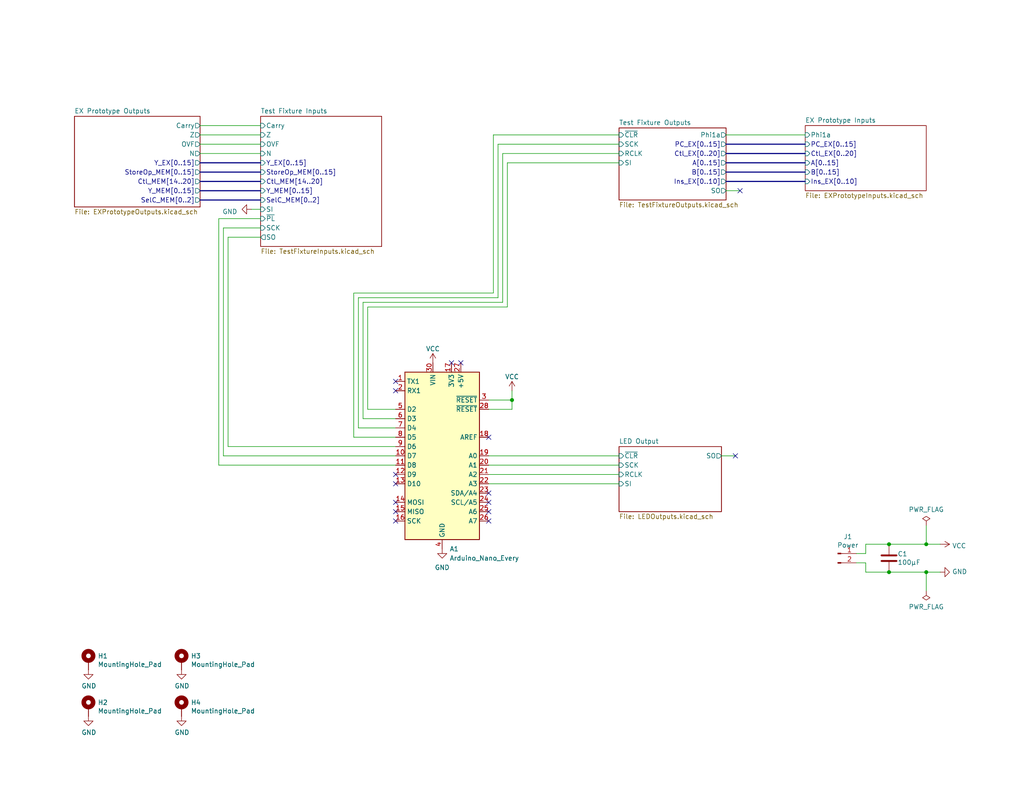
<source format=kicad_sch>
(kicad_sch (version 20250114) (generator "eeschema") (generator_version "9.0")
  (paper "USLetter")
  (title_block (title "Turtle16: EXModuleTestFixture") (date "2023-03-25") (rev "A") (comment 4 "Test Fixture for Turtle16's EXModule"))
  (lib_symbols
    (symbol "Connector:Conn_01x02_Pin" (pin_names (offset 1.016) (hide yes))
      (property "Reference" "J" (at 0 2.54 0))
      (property "Value" "Conn_01x02_Pin" (at 0 -5.08 0))
      (symbol "Conn_01x02_Pin_1_1"
        (rectangle (start 0.8636 0.127) (end 0 -0.127) (stroke (width 0.1524)) (fill (type outline)))
        (rectangle (start 0.8636 -2.413) (end 0 -2.667) (stroke (width 0.1524)) (fill (type outline)))
        (polyline (pts (xy 1.27 0) (xy 0.8636 0)) (stroke (width 0.1524)))
        (polyline (pts (xy 1.27 -2.54) (xy 0.8636 -2.54)) (stroke (width 0.1524)))
        (pin passive line (at 5.08 0 180) (length 3.81) (name "Pin_1") (number "1"))
        (pin passive line (at 5.08 -2.54 180) (length 3.81) (name "Pin_2") (number "2"))
      )
    )
    (symbol "Device:C" (pin_numbers (hide yes)) (pin_names (offset 0.254))
      (property "Reference" "C" (at 0.635 2.54 0))
      (property "Value" "C" (at 0.635 -2.54 0))
      (symbol "C_0_1"
        (polyline (pts (xy -2.032 0.762) (xy 2.032 0.762)) (stroke (width 0.508)))
        (polyline (pts (xy -2.032 -0.762) (xy 2.032 -0.762)) (stroke (width 0.508)))
      )
      (symbol "C_1_1"
        (pin passive line (at 0 3.81 270) (length 2.794) (name "~") (number "1"))
        (pin passive line (at 0 -3.81 90) (length 2.794) (name "~") (number "2"))
      )
    )
    (symbol "MCU_Module:Arduino_Nano_Every"
      (property "Reference" "A" (at -10.16 23.495 0))
      (property "Value" "Arduino_Nano_Every" (at 5.08 -24.13 0))
      (symbol "Arduino_Nano_Every_0_1"
        (rectangle (start -10.16 22.86) (end 10.16 -22.86) (stroke (width 0.254)) (fill (type background)))
      )
      (symbol "Arduino_Nano_Every_1_1"
        (pin bidirectional line (at -12.7 20.32 0) (length 2.54) (name "TX1") (number "1"))
        (pin bidirectional line (at -12.7 17.78 0) (length 2.54) (name "RX1") (number "2"))
        (pin bidirectional line (at -12.7 12.7 0) (length 2.54) (name "D2") (number "5"))
        (pin bidirectional line (at -12.7 10.16 0) (length 2.54) (name "D3") (number "6"))
        (pin bidirectional line (at -12.7 7.62 0) (length 2.54) (name "D4") (number "7"))
        (pin bidirectional line (at -12.7 5.08 0) (length 2.54) (name "D5") (number "8"))
        (pin bidirectional line (at -12.7 2.54 0) (length 2.54) (name "D6") (number "9"))
        (pin bidirectional line (at -12.7 0 0) (length 2.54) (name "D7") (number "10"))
        (pin bidirectional line (at -12.7 -2.54 0) (length 2.54) (name "D8") (number "11"))
        (pin bidirectional line (at -12.7 -5.08 0) (length 2.54) (name "D9") (number "12"))
        (pin bidirectional line (at -12.7 -7.62 0) (length 2.54) (name "D10") (number "13"))
        (pin bidirectional line (at -12.7 -12.7 0) (length 2.54) (name "MOSI") (number "14"))
        (pin bidirectional line (at -12.7 -15.24 0) (length 2.54) (name "MISO") (number "15"))
        (pin bidirectional line (at -12.7 -17.78 0) (length 2.54) (name "SCK") (number "16"))
        (pin power_in line (at -2.54 25.4 270) (length 2.54) (name "VIN") (number "30"))
        (pin passive line (at 0 -25.4 90) (length 2.54) (hide yes) (name "GND") (number "29"))
        (pin power_in line (at 0 -25.4 90) (length 2.54) (name "GND") (number "4"))
        (pin power_out line (at 2.54 25.4 270) (length 2.54) (name "3V3") (number "17"))
        (pin power_out line (at 5.08 25.4 270) (length 2.54) (name "+5V") (number "27"))
        (pin input line (at 12.7 15.24 180) (length 2.54) (name "~{RESET}") (number "3"))
        (pin input line (at 12.7 12.7 180) (length 2.54) (name "~{RESET}") (number "28"))
        (pin input line (at 12.7 5.08 180) (length 2.54) (name "AREF") (number "18"))
        (pin bidirectional line (at 12.7 0 180) (length 2.54) (name "A0") (number "19"))
        (pin bidirectional line (at 12.7 -2.54 180) (length 2.54) (name "A1") (number "20"))
        (pin bidirectional line (at 12.7 -5.08 180) (length 2.54) (name "A2") (number "21"))
        (pin bidirectional line (at 12.7 -7.62 180) (length 2.54) (name "A3") (number "22"))
        (pin bidirectional line (at 12.7 -10.16 180) (length 2.54) (name "SDA/A4") (number "23"))
        (pin bidirectional line (at 12.7 -12.7 180) (length 2.54) (name "SCL/A5") (number "24"))
        (pin bidirectional line (at 12.7 -15.24 180) (length 2.54) (name "A6") (number "25"))
        (pin bidirectional line (at 12.7 -17.78 180) (length 2.54) (name "A7") (number "26"))
      )
    )
    (symbol "Mechanical:MountingHole_Pad" (pin_numbers (hide yes)) (pin_names (offset 1.016) (hide yes))
      (property "Reference" "H" (at 0 6.35 0))
      (property "Value" "MountingHole_Pad" (at 0 4.445 0))
      (symbol "MountingHole_Pad_0_1"
        (circle (center 0 1.27) (radius 1.27) (stroke (width 1.27)))
      )
      (symbol "MountingHole_Pad_1_1"
        (pin input line (at 0 -2.54 90) (length 2.54) (name "1") (number "1"))
      )
    )
    (symbol "power:GND" (power) (pin_names (offset 0))
      (property "Value" "GND" (at 0 -3.81 0))
      (symbol "GND_0_1"
        (polyline (pts (xy 0 0) (xy 0 -1.27) (xy 1.27 -1.27) (xy 0 -2.54) (xy -1.27 -1.27) (xy 0 -1.27)))
      )
      (symbol "GND_1_1"
        (pin power_in line (at 0 0 270) (length 0) (hide yes) (name "GND") (number "1"))
      )
    )
    (symbol "power:PWR_FLAG" (power) (pin_numbers (hide yes)) (pin_names (offset 0) (hide yes))
      (property "Value" "PWR_FLAG" (at 0 3.81 0))
      (symbol "PWR_FLAG_0_0"
        (pin power_out line (at 0 0 90) (length 0) (name "pwr") (number "1"))
      )
      (symbol "PWR_FLAG_0_1"
        (polyline (pts (xy 0 0) (xy 0 1.27) (xy -1.016 1.905) (xy 0 2.54) (xy 1.016 1.905) (xy 0 1.27)))
      )
    )
    (symbol "power:VCC" (power) (pin_names (offset 0))
      (property "Value" "VCC" (at 0 3.81 0))
      (symbol "VCC_0_1"
        (polyline (pts (xy -0.762 1.27) (xy 0 2.54)))
        (polyline (pts (xy 0 2.54) (xy 0.762 1.27)))
        (polyline (pts (xy 0 0) (xy 0 2.54)))
      )
      (symbol "VCC_1_1"
        (pin power_in line (at 0 0 90) (length 0) (hide yes) (name "VCC") (number "1"))
      )
    )
  )
  (junction (at 242.57 156.21))
  (junction (at 252.73 156.21))
  (junction (at 139.7 109.22))
  (junction (at 252.73 148.59))
  (junction (at 242.57 148.59))
  (no_connect (at 201.93 52.07))
  (no_connect (at 123.19 99.06))
  (no_connect (at 133.35 137.16))
  (no_connect (at 107.95 106.68))
  (no_connect (at 107.95 132.08))
  (no_connect (at 133.35 134.62))
  (no_connect (at 107.95 129.54))
  (no_connect (at 133.35 142.24))
  (no_connect (at 107.95 104.14))
  (no_connect (at 133.35 139.7))
  (no_connect (at 200.66 124.46))
  (no_connect (at 133.35 119.38))
  (no_connect (at 107.95 137.16))
  (no_connect (at 107.95 142.24))
  (no_connect (at 125.73 99.06))
  (no_connect (at 107.95 139.7))
  (wire (pts (xy 97.79 81.28) (xy 97.79 116.84)))
  (wire (pts (xy 100.33 83.82) (xy 100.33 111.76)))
  (bus (pts (xy 198.12 49.53) (xy 219.71 49.53)))
  (wire (pts (xy 68.58 57.15) (xy 71.12 57.15)))
  (wire (pts (xy 62.23 64.77) (xy 71.12 64.77)))
  (wire (pts (xy 139.7 111.76) (xy 139.7 109.22)))
  (wire (pts (xy 242.57 156.21) (xy 252.73 156.21)))
  (wire (pts (xy 236.22 148.59) (xy 242.57 148.59)))
  (wire (pts (xy 139.7 109.22) (xy 139.7 106.68)))
  (wire (pts (xy 137.16 82.55) (xy 137.16 41.91)))
  (bus (pts (xy 71.12 46.99) (xy 54.61 46.99)))
  (wire (pts (xy 71.12 62.23) (xy 60.96 62.23)))
  (wire (pts (xy 107.95 121.92) (xy 62.23 121.92)))
  (wire (pts (xy 138.43 83.82) (xy 100.33 83.82)))
  (wire (pts (xy 168.91 39.37) (xy 135.89 39.37)))
  (bus (pts (xy 198.12 46.99) (xy 219.71 46.99)))
  (wire (pts (xy 196.85 124.46) (xy 200.66 124.46)))
  (bus (pts (xy 71.12 49.53) (xy 54.61 49.53)))
  (wire (pts (xy 133.35 132.08) (xy 168.91 132.08)))
  (wire (pts (xy 256.54 148.59) (xy 252.73 148.59)))
  (bus (pts (xy 71.12 44.45) (xy 54.61 44.45)))
  (wire (pts (xy 97.79 116.84) (xy 107.95 116.84)))
  (wire (pts (xy 59.69 59.69) (xy 59.69 127)))
  (wire (pts (xy 135.89 81.28) (xy 97.79 81.28)))
  (wire (pts (xy 71.12 34.29) (xy 54.61 34.29)))
  (wire (pts (xy 71.12 39.37) (xy 54.61 39.37)))
  (wire (pts (xy 137.16 41.91) (xy 168.91 41.91)))
  (wire (pts (xy 135.89 39.37) (xy 135.89 81.28)))
  (wire (pts (xy 134.62 80.01) (xy 134.62 36.83)))
  (wire (pts (xy 198.12 36.83) (xy 219.71 36.83)))
  (bus (pts (xy 71.12 54.61) (xy 54.61 54.61)))
  (wire (pts (xy 252.73 143.51) (xy 252.73 148.59)))
  (wire (pts (xy 62.23 64.77) (xy 62.23 121.92)))
  (wire (pts (xy 107.95 114.3) (xy 99.06 114.3)))
  (wire (pts (xy 133.35 129.54) (xy 168.91 129.54)))
  (wire (pts (xy 59.69 127) (xy 107.95 127)))
  (wire (pts (xy 133.35 124.46) (xy 168.91 124.46)))
  (wire (pts (xy 198.12 52.07) (xy 201.93 52.07)))
  (wire (pts (xy 133.35 111.76) (xy 139.7 111.76)))
  (wire (pts (xy 133.35 127) (xy 168.91 127)))
  (wire (pts (xy 96.52 119.38) (xy 96.52 80.01)))
  (wire (pts (xy 236.22 156.21) (xy 242.57 156.21)))
  (wire (pts (xy 168.91 44.45) (xy 138.43 44.45)))
  (wire (pts (xy 252.73 161.29) (xy 252.73 156.21)))
  (wire (pts (xy 133.35 109.22) (xy 139.7 109.22)))
  (wire (pts (xy 236.22 153.67) (xy 236.22 156.21)))
  (bus (pts (xy 198.12 39.37) (xy 219.71 39.37)))
  (wire (pts (xy 134.62 36.83) (xy 168.91 36.83)))
  (wire (pts (xy 107.95 119.38) (xy 96.52 119.38)))
  (wire (pts (xy 71.12 41.91) (xy 54.61 41.91)))
  (wire (pts (xy 233.68 151.13) (xy 236.22 151.13)))
  (wire (pts (xy 60.96 124.46) (xy 107.95 124.46)))
  (wire (pts (xy 100.33 111.76) (xy 107.95 111.76)))
  (wire (pts (xy 233.68 153.67) (xy 236.22 153.67)))
  (wire (pts (xy 96.52 80.01) (xy 134.62 80.01)))
  (wire (pts (xy 252.73 156.21) (xy 256.54 156.21)))
  (wire (pts (xy 236.22 148.59) (xy 236.22 151.13)))
  (wire (pts (xy 242.57 148.59) (xy 252.73 148.59)))
  (wire (pts (xy 71.12 59.69) (xy 59.69 59.69)))
  (wire (pts (xy 99.06 82.55) (xy 137.16 82.55)))
  (bus (pts (xy 198.12 41.91) (xy 219.71 41.91)))
  (bus (pts (xy 71.12 52.07) (xy 54.61 52.07)))
  (wire (pts (xy 71.12 36.83) (xy 54.61 36.83)))
  (wire (pts (xy 99.06 114.3) (xy 99.06 82.55)))
  (wire (pts (xy 60.96 62.23) (xy 60.96 124.46)))
  (wire (pts (xy 138.43 44.45) (xy 138.43 83.82)))
  (bus (pts (xy 198.12 44.45) (xy 219.71 44.45)))
  (symbol (lib_id "Connector:Conn_01x02_Pin") (at 228.6 151.13 0) (unit 1)
    (property "Reference" "J1" (at 231.3432 146.5326 0))
    (property "Value" "Power" (at 231.3432 148.844 0))
    (property "Footprint" "Connector_Molex:172448-0002" (effects (hide yes)))
    (property "Mouser" "https://www.mouser.com/ProductDetail/538-172448-0002" (effects (hide yes)))
  )
  (symbol (lib_id "Mechanical:MountingHole_Pad") (at 24.13 180.34 0) (unit 1)
    (property "Reference" "H1" (at 26.67 179.0954 0) (effects (justify left)))
    (property "Value" "MountingHole_Pad" (at 26.67 181.4068 0) (effects (justify left)))
    (property "Footprint" "MountingHole:MountingHole_3.2mm_M3_Pad" (effects (hide yes)))
  )
  (symbol (lib_id "Mechanical:MountingHole_Pad") (at 49.53 180.34 0) (unit 1)
    (property "Reference" "H3" (at 52.07 179.0954 0) (effects (justify left)))
    (property "Value" "MountingHole_Pad" (at 52.07 181.4068 0) (effects (justify left)))
    (property "Footprint" "MountingHole:MountingHole_3.2mm_M3_Pad" (effects (hide yes)))
  )
  (symbol (lib_id "Mechanical:MountingHole_Pad") (at 49.53 193.04 0) (unit 1)
    (property "Reference" "H4" (at 52.07 191.7954 0) (effects (justify left)))
    (property "Value" "MountingHole_Pad" (at 52.07 194.1068 0) (effects (justify left)))
    (property "Footprint" "MountingHole:MountingHole_3.2mm_M3_Pad" (effects (hide yes)))
  )
  (symbol (lib_id "Device:C") (at 242.57 152.4 0) (unit 1)
    (property "Reference" "C1" (at 244.9068 151.2316 0) (effects (justify left)))
    (property "Value" "100µF" (at 244.9068 153.543 0) (effects (justify left)))
    (property "Footprint" "Capacitor_SMD:C_1206_3216Metric_Pad1.33x1.80mm_HandSolder" (effects (hide yes)))
    (property "Mouser" "https://www.mouser.com/ProductDetail/963-AMK316ABJ107ML-T" (effects (hide yes)))
  )
  (symbol (lib_id "Mechanical:MountingHole_Pad") (at 24.13 193.04 0) (unit 1)
    (property "Reference" "H2" (at 26.67 191.7954 0) (effects (justify left)))
    (property "Value" "MountingHole_Pad" (at 26.67 194.1068 0) (effects (justify left)))
    (property "Footprint" "MountingHole:MountingHole_3.2mm_M3_Pad" (effects (hide yes)))
  )
  (symbol (lib_id "power:VCC") (at 139.7 106.68 0) (unit 1)
    (property "Reference" "#PWR08" (effects (hide yes)))
    (property "Value" "VCC" (at 139.7 102.87 0))
  )
  (symbol (lib_id "MCU_Module:Arduino_Nano_Every") (at 120.65 124.46 0) (unit 1)
    (property "Reference" "A1" (at 122.6694 149.86 0) (effects (justify left)))
    (property "Value" "Arduino_Nano_Every" (at 122.6694 152.4 0) (effects (justify left)))
    (property "Footprint" "Module:Arduino_Nano" (effects (hide yes)))
    (property "Datasheet" "https://content.arduino.cc/assets/NANOEveryV3.0_sch.pdf" (effects (hide yes)))
  )
  (symbol (lib_id "power:PWR_FLAG") (at 252.73 143.51 0) (unit 1)
    (property "Reference" "#FLG01" (effects (hide yes)))
    (property "Value" "PWR_FLAG" (at 252.73 139.1158 0))
  )
  (symbol (lib_id "power:VCC") (at 256.54 148.59 270) (unit 1)
    (property "Reference" "#PWR09" (effects (hide yes)))
    (property "Value" "VCC" (at 259.7912 149.0218 90) (effects (justify left)))
  )
  (symbol (lib_id "power:VCC") (at 118.11 99.06 0) (unit 1)
    (property "Reference" "#PWR06" (effects (hide yes)))
    (property "Value" "VCC" (at 118.11 95.25 0))
  )
  (symbol (lib_id "power:GND") (at 68.58 57.15 270) (unit 1)
    (property "Reference" "#PWR05" (effects (hide yes)))
    (property "Value" "GND" (at 64.77 57.785 90) (effects (justify right)))
  )
  (symbol (lib_id "power:GND") (at 24.13 182.88 0) (unit 1)
    (property "Reference" "#PWR01" (effects (hide yes)))
    (property "Value" "GND" (at 24.257 187.2742 0))
  )
  (symbol (lib_id "power:PWR_FLAG") (at 252.73 161.29 180) (unit 1)
    (property "Reference" "#FLG02" (effects (hide yes)))
    (property "Value" "PWR_FLAG" (at 252.73 165.6842 0))
  )
  (symbol (lib_id "power:GND") (at 120.65 149.86 0) (unit 1)
    (property "Reference" "#PWR07" (effects (hide yes)))
    (property "Value" "GND" (at 120.65 154.94 0))
  )
  (symbol (lib_id "power:GND") (at 49.53 182.88 0) (unit 1)
    (property "Reference" "#PWR03" (effects (hide yes)))
    (property "Value" "GND" (at 49.657 187.2742 0))
  )
  (symbol (lib_id "power:GND") (at 256.54 156.21 90) (unit 1)
    (property "Reference" "#PWR010" (effects (hide yes)))
    (property "Value" "GND" (at 259.7912 156.083 90) (effects (justify right)))
  )
  (symbol (lib_id "power:GND") (at 24.13 195.58 0) (unit 1)
    (property "Reference" "#PWR02" (effects (hide yes)))
    (property "Value" "GND" (at 24.257 199.9742 0))
  )
  (symbol (lib_id "power:GND") (at 49.53 195.58 0) (unit 1)
    (property "Reference" "#PWR04" (effects (hide yes)))
    (property "Value" "GND" (at 49.657 199.9742 0))
  )
  (sheet (at 168.91 34.925) (size 29.21 19.685) (stroke (width 0.1524))
    (property "Sheetname" "Test Fixture Outputs" (at 168.91 34.2134 0) (effects (justify left bottom)))
    (property "Sheetfile" "TestFixtureOutputs.kicad_sch" (at 168.91 55.1946 0) (effects (justify left top)))
    (pin "~{CLR}" input (at 168.91 36.83 180))
    (pin "SCK" input (at 168.91 39.37 180))
    (pin "RCLK" input (at 168.91 41.91 180))
    (pin "SI" input (at 168.91 44.45 180))
    (pin "SO" output (at 198.12 52.07 0))
    (pin "A[0..15]" output (at 198.12 44.45 0))
    (pin "B[0..15]" output (at 198.12 46.99 0))
    (pin "Phi1a" output (at 198.12 36.83 0))
    (pin "PC_EX[0..15]" output (at 198.12 39.37 0))
    (pin "Ctl_EX[0..20]" output (at 198.12 41.91 0))
    (pin "Ins_EX[0..10]" output (at 198.12 49.53 0))
  )
  (sheet (at 219.71 34.29) (size 33.02 17.78) (stroke (width 0.1524))
    (property "Sheetname" "EX Prototype Inputs" (at 219.71 33.5784 0) (effects (justify left bottom)))
    (property "Sheetfile" "EXPrototypeInputs.kicad_sch" (at 219.71 52.6546 0) (effects (justify left top)))
    (pin "Phi1a" input (at 219.71 36.83 180))
    (pin "Ctl_EX[0..20]" input (at 219.71 41.91 180))
    (pin "Ins_EX[0..10]" input (at 219.71 49.53 180))
    (pin "B[0..15]" input (at 219.71 46.99 180))
    (pin "A[0..15]" input (at 219.71 44.45 180))
    (pin "PC_EX[0..15]" input (at 219.71 39.37 180))
  )
  (sheet (at 20.32 31.75) (size 34.29 24.765) (stroke (width 0.1524))
    (property "Sheetname" "EX Prototype Outputs" (at 20.32 31.0384 0) (effects (justify left bottom)))
    (property "Sheetfile" "EXPrototypeOutputs.kicad_sch" (at 20.32 57.0996 0) (effects (justify left top)))
    (pin "OVF" output (at 54.61 39.37 0))
    (pin "StoreOp_MEM[0..15]" output (at 54.61 46.99 0))
    (pin "Z" output (at 54.61 36.83 0))
    (pin "Carry" output (at 54.61 34.29 0))
    (pin "Ctl_MEM[14..20]" output (at 54.61 49.53 0))
    (pin "SelC_MEM[0..2]" output (at 54.61 54.61 0))
    (pin "Y_EX[0..15]" output (at 54.61 44.45 0))
    (pin "Y_MEM[0..15]" output (at 54.61 52.07 0))
    (pin "N" output (at 54.61 41.91 0))
  )
  (sheet (at 71.12 31.75) (size 33.02 35.56) (stroke (width 0.1524))
    (property "Sheetname" "Test Fixture Inputs" (at 71.12 31.0384 0) (effects (justify left bottom)))
    (property "Sheetfile" "TestFixtureInputs.kicad_sch" (at 71.12 67.8946 0) (effects (justify left top)))
    (pin "SI" input (at 71.12 57.15 180))
    (pin "SCK" input (at 71.12 62.23 180))
    (pin "~{PL}" input (at 71.12 59.69 180))
    (pin "SO" output (at 71.12 64.77 180))
    (pin "Y_EX[0..15]" input (at 71.12 44.45 180))
    (pin "Y_MEM[0..15]" input (at 71.12 52.07 180))
    (pin "StoreOp_MEM[0..15]" input (at 71.12 46.99 180))
    (pin "Carry" input (at 71.12 34.29 180))
    (pin "Ctl_MEM[14..20]" input (at 71.12 49.53 180))
    (pin "SelC_MEM[0..2]" input (at 71.12 54.61 180))
    (pin "Z" input (at 71.12 36.83 180))
    (pin "OVF" input (at 71.12 39.37 180))
    (pin "N" input (at 71.12 41.91 180))
  )
  (sheet (at 168.91 121.92) (size 27.94 17.78) (stroke (width 0.1524))
    (property "Sheetname" "LED Output" (at 168.91 121.2084 0) (effects (justify left bottom)))
    (property "Sheetfile" "LEDOutputs.kicad_sch" (at 168.91 140.2846 0) (effects (justify left top)))
    (pin "SI" input (at 168.91 132.08 180))
    (pin "SCK" input (at 168.91 127 180))
    (pin "~{CLR}" input (at 168.91 124.46 180))
    (pin "RCLK" input (at 168.91 129.54 180))
    (pin "SO" output (at 196.85 124.46 0))
  )
)
</source>
